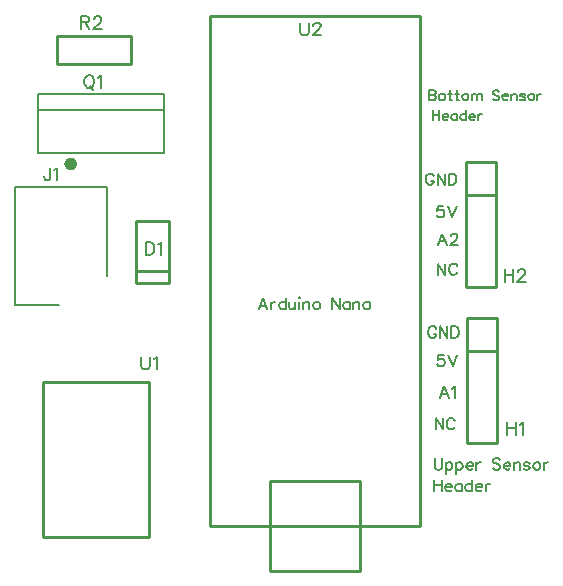
<source format=gto>
G04 Layer: TopSilkLayer*
G04 EasyEDA v6.4.19.3, 2021-03-31T18:03:01+05:30*
G04 c08650e857294e3dbb17a6b3c2855350,e0f298e70ebc440d83774b4d482b81cc,10*
G04 Gerber Generator version 0.2*
G04 Scale: 100 percent, Rotated: No, Reflected: No *
G04 Dimensions in inches *
G04 leading zeros omitted , absolute positions ,3 integer and 6 decimal *
%FSLAX36Y36*%
%MOIN*%

%ADD10C,0.0100*%
%ADD22C,0.0079*%
%ADD23C,0.0079*%
%ADD24C,0.0197*%
%ADD25C,0.0080*%
%ADD26C,0.0060*%

%LPD*%
D25*
X1347731Y2603081D02*
G01*
X1333230Y2564881D01*
X1347731Y2603081D02*
G01*
X1362331Y2564881D01*
X1338730Y2577581D02*
G01*
X1356831Y2577581D01*
X1374331Y2590281D02*
G01*
X1374331Y2564881D01*
X1374331Y2579380D02*
G01*
X1376130Y2584881D01*
X1379731Y2588481D01*
X1383431Y2590281D01*
X1388831Y2590281D01*
X1422731Y2603081D02*
G01*
X1422731Y2564881D01*
X1422731Y2584881D02*
G01*
X1419031Y2588481D01*
X1415430Y2590281D01*
X1409930Y2590281D01*
X1406331Y2588481D01*
X1402731Y2584881D01*
X1400830Y2579380D01*
X1400830Y2575781D01*
X1402731Y2570281D01*
X1406331Y2566680D01*
X1409930Y2564881D01*
X1415430Y2564881D01*
X1419031Y2566680D01*
X1422731Y2570281D01*
X1434731Y2590281D02*
G01*
X1434731Y2572181D01*
X1436531Y2566680D01*
X1440131Y2564881D01*
X1445631Y2564881D01*
X1449230Y2566680D01*
X1454731Y2572181D01*
X1454731Y2590281D02*
G01*
X1454731Y2564881D01*
X1466730Y2603081D02*
G01*
X1468531Y2601181D01*
X1470330Y2603081D01*
X1468531Y2604881D01*
X1466730Y2603081D01*
X1468531Y2590281D02*
G01*
X1468531Y2564881D01*
X1482331Y2590281D02*
G01*
X1482331Y2564881D01*
X1482331Y2583081D02*
G01*
X1487731Y2588481D01*
X1491431Y2590281D01*
X1496831Y2590281D01*
X1500531Y2588481D01*
X1502331Y2583081D01*
X1502331Y2564881D01*
X1523431Y2590281D02*
G01*
X1519731Y2588481D01*
X1516130Y2584881D01*
X1514331Y2579380D01*
X1514331Y2575781D01*
X1516130Y2570281D01*
X1519731Y2566680D01*
X1523431Y2564881D01*
X1528831Y2564881D01*
X1532530Y2566680D01*
X1536130Y2570281D01*
X1537930Y2575781D01*
X1537930Y2579380D01*
X1536130Y2584881D01*
X1532530Y2588481D01*
X1528831Y2590281D01*
X1523431Y2590281D01*
X1577930Y2603081D02*
G01*
X1577930Y2564881D01*
X1577930Y2603081D02*
G01*
X1603431Y2564881D01*
X1603431Y2603081D02*
G01*
X1603431Y2564881D01*
X1637231Y2590281D02*
G01*
X1637231Y2564881D01*
X1637231Y2584881D02*
G01*
X1633630Y2588481D01*
X1629930Y2590281D01*
X1624530Y2590281D01*
X1620830Y2588481D01*
X1617231Y2584881D01*
X1615430Y2579380D01*
X1615430Y2575781D01*
X1617231Y2570281D01*
X1620830Y2566680D01*
X1624530Y2564881D01*
X1629930Y2564881D01*
X1633630Y2566680D01*
X1637231Y2570281D01*
X1649230Y2590281D02*
G01*
X1649230Y2564881D01*
X1649230Y2583081D02*
G01*
X1654731Y2588481D01*
X1658330Y2590281D01*
X1663730Y2590281D01*
X1667430Y2588481D01*
X1669230Y2583081D01*
X1669230Y2564881D01*
X1690330Y2590281D02*
G01*
X1686730Y2588481D01*
X1683031Y2584881D01*
X1681230Y2579380D01*
X1681230Y2575781D01*
X1683031Y2570281D01*
X1686730Y2566680D01*
X1690330Y2564881D01*
X1695730Y2564881D01*
X1699431Y2566680D01*
X1703031Y2570281D01*
X1704831Y2575781D01*
X1704831Y2579380D01*
X1703031Y2584881D01*
X1699431Y2588481D01*
X1695730Y2590281D01*
X1690330Y2590281D01*
X1919795Y2068031D02*
G01*
X1919795Y2040731D01*
X1921696Y2035230D01*
X1925295Y2031631D01*
X1930796Y2029830D01*
X1934395Y2029830D01*
X1939795Y2031631D01*
X1943495Y2035230D01*
X1945295Y2040731D01*
X1945295Y2068031D01*
X1957295Y2055230D02*
G01*
X1957295Y2017130D01*
X1957295Y2049830D02*
G01*
X1960896Y2053431D01*
X1964596Y2055230D01*
X1969996Y2055230D01*
X1973696Y2053431D01*
X1977295Y2049830D01*
X1979095Y2044331D01*
X1979095Y2040731D01*
X1977295Y2035230D01*
X1973696Y2031631D01*
X1969996Y2029830D01*
X1964596Y2029830D01*
X1960896Y2031631D01*
X1957295Y2035230D01*
X1991095Y2055230D02*
G01*
X1991095Y2017130D01*
X1991095Y2049830D02*
G01*
X1994795Y2053431D01*
X1998396Y2055230D01*
X2003796Y2055230D01*
X2007496Y2053431D01*
X2011095Y2049830D01*
X2012896Y2044331D01*
X2012896Y2040731D01*
X2011095Y2035230D01*
X2007496Y2031631D01*
X2003796Y2029830D01*
X1998396Y2029830D01*
X1994795Y2031631D01*
X1991095Y2035230D01*
X2024895Y2044331D02*
G01*
X2046796Y2044331D01*
X2046796Y2048031D01*
X2044895Y2051631D01*
X2043095Y2053431D01*
X2039495Y2055230D01*
X2033995Y2055230D01*
X2030396Y2053431D01*
X2026796Y2049830D01*
X2024895Y2044331D01*
X2024895Y2040731D01*
X2026796Y2035230D01*
X2030396Y2031631D01*
X2033995Y2029830D01*
X2039495Y2029830D01*
X2043095Y2031631D01*
X2046796Y2035230D01*
X2058796Y2055230D02*
G01*
X2058796Y2029830D01*
X2058796Y2044331D02*
G01*
X2060595Y2049830D01*
X2064196Y2053431D01*
X2067795Y2055230D01*
X2073296Y2055230D01*
X2138796Y2062530D02*
G01*
X2135096Y2066230D01*
X2129696Y2068031D01*
X2122395Y2068031D01*
X2116895Y2066230D01*
X2113296Y2062530D01*
X2113296Y2058930D01*
X2115096Y2055230D01*
X2116895Y2053431D01*
X2120595Y2051631D01*
X2131495Y2048031D01*
X2135096Y2046230D01*
X2136895Y2044331D01*
X2138796Y2040731D01*
X2138796Y2035230D01*
X2135096Y2031631D01*
X2129696Y2029830D01*
X2122395Y2029830D01*
X2116895Y2031631D01*
X2113296Y2035230D01*
X2150796Y2044331D02*
G01*
X2172596Y2044331D01*
X2172596Y2048031D01*
X2170796Y2051631D01*
X2168896Y2053431D01*
X2165295Y2055230D01*
X2159795Y2055230D01*
X2156196Y2053431D01*
X2152596Y2049830D01*
X2150796Y2044331D01*
X2150796Y2040731D01*
X2152596Y2035230D01*
X2156196Y2031631D01*
X2159795Y2029830D01*
X2165295Y2029830D01*
X2168896Y2031631D01*
X2172596Y2035230D01*
X2184596Y2055230D02*
G01*
X2184596Y2029830D01*
X2184596Y2048031D02*
G01*
X2189996Y2053431D01*
X2193696Y2055230D01*
X2199095Y2055230D01*
X2202795Y2053431D01*
X2204596Y2048031D01*
X2204596Y2029830D01*
X2236595Y2049830D02*
G01*
X2234795Y2053431D01*
X2229296Y2055230D01*
X2223796Y2055230D01*
X2218396Y2053431D01*
X2216595Y2049830D01*
X2218396Y2046230D01*
X2221995Y2044331D01*
X2231095Y2042530D01*
X2234795Y2040731D01*
X2236595Y2037130D01*
X2236595Y2035230D01*
X2234795Y2031631D01*
X2229296Y2029830D01*
X2223796Y2029830D01*
X2218396Y2031631D01*
X2216595Y2035230D01*
X2257695Y2055230D02*
G01*
X2253995Y2053431D01*
X2250396Y2049830D01*
X2248595Y2044331D01*
X2248595Y2040731D01*
X2250396Y2035230D01*
X2253995Y2031631D01*
X2257695Y2029830D01*
X2263095Y2029830D01*
X2266796Y2031631D01*
X2270396Y2035230D01*
X2272196Y2040731D01*
X2272196Y2044331D01*
X2270396Y2049830D01*
X2266796Y2053431D01*
X2263095Y2055230D01*
X2257695Y2055230D01*
X2284196Y2055230D02*
G01*
X2284196Y2029830D01*
X2284196Y2044331D02*
G01*
X2285995Y2049830D01*
X2289696Y2053431D01*
X2293296Y2055230D01*
X2298796Y2055230D01*
X1917299Y1997100D02*
G01*
X1917299Y1958899D01*
X1942799Y1997100D02*
G01*
X1942799Y1958899D01*
X1917299Y1978899D02*
G01*
X1942799Y1978899D01*
X1954799Y1973400D02*
G01*
X1976599Y1973400D01*
X1976599Y1977100D01*
X1974799Y1980700D01*
X1973000Y1982500D01*
X1969300Y1984299D01*
X1963900Y1984299D01*
X1960200Y1982500D01*
X1956599Y1978899D01*
X1954799Y1973400D01*
X1954799Y1969800D01*
X1956599Y1964299D01*
X1960200Y1960700D01*
X1963900Y1958899D01*
X1969300Y1958899D01*
X1973000Y1960700D01*
X1976599Y1964299D01*
X2010399Y1984299D02*
G01*
X2010399Y1958899D01*
X2010399Y1978899D02*
G01*
X2006800Y1982500D01*
X2003100Y1984299D01*
X1997700Y1984299D01*
X1994099Y1982500D01*
X1990399Y1978899D01*
X1988599Y1973400D01*
X1988599Y1969800D01*
X1990399Y1964299D01*
X1994099Y1960700D01*
X1997700Y1958899D01*
X2003100Y1958899D01*
X2006800Y1960700D01*
X2010399Y1964299D01*
X2044200Y1997100D02*
G01*
X2044200Y1958899D01*
X2044200Y1978899D02*
G01*
X2040600Y1982500D01*
X2036999Y1984299D01*
X2031499Y1984299D01*
X2027899Y1982500D01*
X2024200Y1978899D01*
X2022399Y1973400D01*
X2022399Y1969800D01*
X2024200Y1964299D01*
X2027899Y1960700D01*
X2031499Y1958899D01*
X2036999Y1958899D01*
X2040600Y1960700D01*
X2044200Y1964299D01*
X2056199Y1973400D02*
G01*
X2078100Y1973400D01*
X2078100Y1977100D01*
X2076199Y1980700D01*
X2074399Y1982500D01*
X2070799Y1984299D01*
X2065299Y1984299D01*
X2061700Y1982500D01*
X2058100Y1978899D01*
X2056199Y1973400D01*
X2056199Y1969800D01*
X2058100Y1964299D01*
X2061700Y1960700D01*
X2065299Y1958899D01*
X2070799Y1958899D01*
X2074399Y1960700D01*
X2078100Y1964299D01*
X2090100Y1984299D02*
G01*
X2090100Y1958899D01*
X2090100Y1973400D02*
G01*
X2091899Y1978899D01*
X2095500Y1982500D01*
X2099099Y1984299D01*
X2104600Y1984299D01*
X1901584Y3295189D02*
G01*
X1901584Y3261788D01*
X1901584Y3295189D02*
G01*
X1915884Y3295189D01*
X1920685Y3293589D01*
X1922285Y3291988D01*
X1923885Y3288789D01*
X1923885Y3285589D01*
X1922285Y3282388D01*
X1920685Y3280889D01*
X1915884Y3279288D01*
X1901584Y3279288D02*
G01*
X1915884Y3279288D01*
X1920685Y3277689D01*
X1922285Y3276089D01*
X1923885Y3272889D01*
X1923885Y3268089D01*
X1922285Y3264888D01*
X1920685Y3263389D01*
X1915884Y3261788D01*
X1901584Y3261788D01*
X1942285Y3283989D02*
G01*
X1939084Y3282388D01*
X1935985Y3279288D01*
X1934385Y3274488D01*
X1934385Y3271289D01*
X1935985Y3266489D01*
X1939084Y3263389D01*
X1942285Y3261788D01*
X1947084Y3261788D01*
X1950285Y3263389D01*
X1953485Y3266489D01*
X1954984Y3271289D01*
X1954984Y3274488D01*
X1953485Y3279288D01*
X1950285Y3282388D01*
X1947084Y3283989D01*
X1942285Y3283989D01*
X1970285Y3295189D02*
G01*
X1970285Y3268089D01*
X1971885Y3263389D01*
X1975084Y3261788D01*
X1978284Y3261788D01*
X1965484Y3283989D02*
G01*
X1976684Y3283989D01*
X1993485Y3295189D02*
G01*
X1993485Y3268089D01*
X1995084Y3263389D01*
X1998284Y3261788D01*
X2001485Y3261788D01*
X1988784Y3283989D02*
G01*
X1999885Y3283989D01*
X2019984Y3283989D02*
G01*
X2016784Y3282388D01*
X2013585Y3279288D01*
X2011985Y3274488D01*
X2011985Y3271289D01*
X2013585Y3266489D01*
X2016784Y3263389D01*
X2019984Y3261788D01*
X2024684Y3261788D01*
X2027884Y3263389D01*
X2031085Y3266489D01*
X2032685Y3271289D01*
X2032685Y3274488D01*
X2031085Y3279288D01*
X2027884Y3282388D01*
X2024684Y3283989D01*
X2019984Y3283989D01*
X2043185Y3283989D02*
G01*
X2043185Y3261788D01*
X2043185Y3277689D02*
G01*
X2047984Y3282388D01*
X2051085Y3283989D01*
X2055884Y3283989D01*
X2059084Y3282388D01*
X2060685Y3277689D01*
X2060685Y3261788D01*
X2060685Y3277689D02*
G01*
X2065484Y3282388D01*
X2068585Y3283989D01*
X2073384Y3283989D01*
X2076584Y3282388D01*
X2078185Y3277689D01*
X2078185Y3261788D01*
X2135484Y3290389D02*
G01*
X2132285Y3293589D01*
X2127484Y3295189D01*
X2121085Y3295189D01*
X2116385Y3293589D01*
X2113185Y3290389D01*
X2113185Y3287188D01*
X2114785Y3283989D01*
X2116385Y3282388D01*
X2119485Y3280889D01*
X2129084Y3277689D01*
X2132285Y3276089D01*
X2133885Y3274488D01*
X2135484Y3271289D01*
X2135484Y3266489D01*
X2132285Y3263389D01*
X2127484Y3261788D01*
X2121085Y3261788D01*
X2116385Y3263389D01*
X2113185Y3266489D01*
X2145985Y3274488D02*
G01*
X2164984Y3274488D01*
X2164984Y3277689D01*
X2163485Y3280889D01*
X2161885Y3282388D01*
X2158684Y3283989D01*
X2153885Y3283989D01*
X2150685Y3282388D01*
X2147484Y3279288D01*
X2145985Y3274488D01*
X2145985Y3271289D01*
X2147484Y3266489D01*
X2150685Y3263389D01*
X2153885Y3261788D01*
X2158684Y3261788D01*
X2161885Y3263389D01*
X2164984Y3266489D01*
X2175484Y3283989D02*
G01*
X2175484Y3261788D01*
X2175484Y3277689D02*
G01*
X2180285Y3282388D01*
X2183485Y3283989D01*
X2188284Y3283989D01*
X2191485Y3282388D01*
X2192984Y3277689D01*
X2192984Y3261788D01*
X2220985Y3279288D02*
G01*
X2219485Y3282388D01*
X2214684Y3283989D01*
X2209885Y3283989D01*
X2205084Y3282388D01*
X2203485Y3279288D01*
X2205084Y3276089D01*
X2208284Y3274488D01*
X2216284Y3272889D01*
X2219485Y3271289D01*
X2220985Y3268089D01*
X2220985Y3266489D01*
X2219485Y3263389D01*
X2214684Y3261788D01*
X2209885Y3261788D01*
X2205084Y3263389D01*
X2203485Y3266489D01*
X2239485Y3283989D02*
G01*
X2236284Y3282388D01*
X2233085Y3279288D01*
X2231485Y3274488D01*
X2231485Y3271289D01*
X2233085Y3266489D01*
X2236284Y3263389D01*
X2239485Y3261788D01*
X2244285Y3261788D01*
X2247484Y3263389D01*
X2250585Y3266489D01*
X2252184Y3271289D01*
X2252184Y3274488D01*
X2250585Y3279288D01*
X2247484Y3282388D01*
X2244285Y3283989D01*
X2239485Y3283989D01*
X2262685Y3283989D02*
G01*
X2262685Y3261788D01*
X2262685Y3274488D02*
G01*
X2264285Y3279288D01*
X2267484Y3282388D01*
X2270685Y3283989D01*
X2275484Y3283989D01*
X1913397Y3228240D02*
G01*
X1913397Y3194839D01*
X1935697Y3228240D02*
G01*
X1935697Y3194839D01*
X1913397Y3212339D02*
G01*
X1935697Y3212339D01*
X1946197Y3207539D02*
G01*
X1965297Y3207539D01*
X1965297Y3210740D01*
X1963697Y3213939D01*
X1962097Y3215540D01*
X1958896Y3217139D01*
X1954097Y3217139D01*
X1950897Y3215540D01*
X1947797Y3212339D01*
X1946197Y3207539D01*
X1946197Y3204340D01*
X1947797Y3199639D01*
X1950897Y3196439D01*
X1954097Y3194839D01*
X1958896Y3194839D01*
X1962097Y3196439D01*
X1965297Y3199639D01*
X1994796Y3217139D02*
G01*
X1994796Y3194839D01*
X1994796Y3212339D02*
G01*
X1991697Y3215540D01*
X1988496Y3217139D01*
X1983697Y3217139D01*
X1980496Y3215540D01*
X1977296Y3212339D01*
X1975797Y3207539D01*
X1975797Y3204340D01*
X1977296Y3199639D01*
X1980496Y3196439D01*
X1983697Y3194839D01*
X1988496Y3194839D01*
X1991697Y3196439D01*
X1994796Y3199639D01*
X2024396Y3228240D02*
G01*
X2024396Y3194839D01*
X2024396Y3212339D02*
G01*
X2021297Y3215540D01*
X2018096Y3217139D01*
X2013297Y3217139D01*
X2010096Y3215540D01*
X2006896Y3212339D01*
X2005297Y3207539D01*
X2005297Y3204340D01*
X2006896Y3199639D01*
X2010096Y3196439D01*
X2013297Y3194839D01*
X2018096Y3194839D01*
X2021297Y3196439D01*
X2024396Y3199639D01*
X2034897Y3207539D02*
G01*
X2053996Y3207539D01*
X2053996Y3210740D01*
X2052397Y3213939D01*
X2050797Y3215540D01*
X2047696Y3217139D01*
X2042897Y3217139D01*
X2039696Y3215540D01*
X2036496Y3212339D01*
X2034897Y3207539D01*
X2034897Y3204340D01*
X2036496Y3199639D01*
X2039696Y3196439D01*
X2042897Y3194839D01*
X2047696Y3194839D01*
X2050797Y3196439D01*
X2053996Y3199639D01*
X2064497Y3217139D02*
G01*
X2064497Y3194839D01*
X2064497Y3207539D02*
G01*
X2066096Y3212339D01*
X2069296Y3215540D01*
X2072497Y3217139D01*
X2077296Y3217139D01*
X1917595Y3008375D02*
G01*
X1915794Y3011975D01*
X1912094Y3015576D01*
X1908495Y3017476D01*
X1901194Y3017476D01*
X1897595Y3015576D01*
X1893895Y3011975D01*
X1892094Y3008375D01*
X1890294Y3002876D01*
X1890294Y2993775D01*
X1892094Y2988375D01*
X1893895Y2984675D01*
X1897595Y2981075D01*
X1901194Y2979276D01*
X1908495Y2979276D01*
X1912094Y2981075D01*
X1915794Y2984675D01*
X1917595Y2988375D01*
X1917595Y2993775D01*
X1908495Y2993775D02*
G01*
X1917595Y2993775D01*
X1929594Y3017476D02*
G01*
X1929594Y2979276D01*
X1929594Y3017476D02*
G01*
X1954994Y2979276D01*
X1954994Y3017476D02*
G01*
X1954994Y2979276D01*
X1966994Y3017476D02*
G01*
X1966994Y2979276D01*
X1966994Y3017476D02*
G01*
X1979795Y3017476D01*
X1985195Y3015576D01*
X1988795Y3011975D01*
X1990694Y3008375D01*
X1992494Y3002876D01*
X1992494Y2993775D01*
X1990694Y2988375D01*
X1988795Y2984675D01*
X1985195Y2981075D01*
X1979795Y2979276D01*
X1966994Y2979276D01*
X1948512Y2909434D02*
G01*
X1930312Y2909434D01*
X1928512Y2893035D01*
X1930312Y2894834D01*
X1935811Y2896635D01*
X1941211Y2896635D01*
X1946711Y2894834D01*
X1950312Y2891235D01*
X1952211Y2885734D01*
X1952211Y2882134D01*
X1950312Y2876635D01*
X1946711Y2873035D01*
X1941211Y2871235D01*
X1935811Y2871235D01*
X1930312Y2873035D01*
X1928512Y2874834D01*
X1926711Y2878535D01*
X1964211Y2909434D02*
G01*
X1978711Y2871235D01*
X1993212Y2909434D02*
G01*
X1978711Y2871235D01*
X1944795Y2817476D02*
G01*
X1930294Y2779276D01*
X1944795Y2817476D02*
G01*
X1959395Y2779276D01*
X1935794Y2791975D02*
G01*
X1953895Y2791975D01*
X1973194Y2808375D02*
G01*
X1973194Y2810176D01*
X1974994Y2813775D01*
X1976795Y2815576D01*
X1980495Y2817476D01*
X1987794Y2817476D01*
X1991395Y2815576D01*
X1993194Y2813775D01*
X1994994Y2810176D01*
X1994994Y2806576D01*
X1993194Y2802876D01*
X1989594Y2797476D01*
X1971395Y2779276D01*
X1996795Y2779276D01*
X1930294Y2717476D02*
G01*
X1930294Y2679276D01*
X1930294Y2717476D02*
G01*
X1955794Y2679276D01*
X1955794Y2717476D02*
G01*
X1955794Y2679276D01*
X1994994Y2708375D02*
G01*
X1993194Y2711975D01*
X1989594Y2715576D01*
X1985895Y2717476D01*
X1978694Y2717476D01*
X1974994Y2715576D01*
X1971395Y2711975D01*
X1969594Y2708375D01*
X1967794Y2702876D01*
X1967794Y2693775D01*
X1969594Y2688375D01*
X1971395Y2684675D01*
X1974994Y2681075D01*
X1978694Y2679276D01*
X1985895Y2679276D01*
X1989594Y2681075D01*
X1993194Y2684675D01*
X1994994Y2688375D01*
X1925272Y2498971D02*
G01*
X1923473Y2502570D01*
X1919772Y2506170D01*
X1916172Y2508071D01*
X1908873Y2508071D01*
X1905272Y2506170D01*
X1901572Y2502570D01*
X1899772Y2498971D01*
X1897973Y2493470D01*
X1897973Y2484371D01*
X1899772Y2478971D01*
X1901572Y2475270D01*
X1905272Y2471671D01*
X1908873Y2469870D01*
X1916172Y2469870D01*
X1919772Y2471671D01*
X1923473Y2475270D01*
X1925272Y2478971D01*
X1925272Y2484371D01*
X1916172Y2484371D02*
G01*
X1925272Y2484371D01*
X1937272Y2508071D02*
G01*
X1937272Y2469870D01*
X1937272Y2508071D02*
G01*
X1962673Y2469870D01*
X1962673Y2508071D02*
G01*
X1962673Y2469870D01*
X1974673Y2508071D02*
G01*
X1974673Y2469870D01*
X1974673Y2508071D02*
G01*
X1987473Y2508071D01*
X1992872Y2506170D01*
X1996472Y2502570D01*
X1998373Y2498971D01*
X2000173Y2493470D01*
X2000173Y2484371D01*
X1998373Y2478971D01*
X1996472Y2475270D01*
X1992872Y2471671D01*
X1987473Y2469870D01*
X1974673Y2469870D01*
X1949772Y2413071D02*
G01*
X1931572Y2413071D01*
X1929772Y2396671D01*
X1931572Y2398470D01*
X1937073Y2400270D01*
X1942473Y2400270D01*
X1947973Y2398470D01*
X1951572Y2394870D01*
X1953473Y2389371D01*
X1953473Y2385770D01*
X1951572Y2380270D01*
X1947973Y2376671D01*
X1942473Y2374870D01*
X1937073Y2374870D01*
X1931572Y2376671D01*
X1929772Y2378470D01*
X1927973Y2382170D01*
X1965473Y2413071D02*
G01*
X1979973Y2374870D01*
X1994472Y2413071D02*
G01*
X1979973Y2374870D01*
X1952473Y2308071D02*
G01*
X1937973Y2269870D01*
X1952473Y2308071D02*
G01*
X1967073Y2269870D01*
X1943473Y2282570D02*
G01*
X1961572Y2282570D01*
X1979072Y2300770D02*
G01*
X1982673Y2302570D01*
X1988172Y2308071D01*
X1988172Y2269870D01*
X1922973Y2203071D02*
G01*
X1922973Y2164870D01*
X1922973Y2203071D02*
G01*
X1948473Y2164870D01*
X1948473Y2203071D02*
G01*
X1948473Y2164870D01*
X1987673Y2193971D02*
G01*
X1985873Y2197570D01*
X1982272Y2201170D01*
X1978572Y2203071D01*
X1971373Y2203071D01*
X1967673Y2201170D01*
X1964072Y2197570D01*
X1962272Y2193971D01*
X1960473Y2188470D01*
X1960473Y2179371D01*
X1962272Y2173971D01*
X1964072Y2170270D01*
X1967673Y2166671D01*
X1971373Y2164870D01*
X1978572Y2164870D01*
X1982272Y2166671D01*
X1985873Y2170270D01*
X1987673Y2173971D01*
D26*
X956692Y2789495D02*
G01*
X956692Y2746595D01*
X956692Y2789495D02*
G01*
X970992Y2789495D01*
X977192Y2787496D01*
X981193Y2783395D01*
X983293Y2779295D01*
X985293Y2773096D01*
X985293Y2762896D01*
X983293Y2756795D01*
X981193Y2752696D01*
X977192Y2748595D01*
X970992Y2746595D01*
X956692Y2746595D01*
X998792Y2781296D02*
G01*
X1002893Y2783395D01*
X1009093Y2789495D01*
X1009093Y2746595D01*
X638609Y3037528D02*
G01*
X638609Y3004828D01*
X636509Y2998627D01*
X634510Y2996628D01*
X630410Y2994627D01*
X626309Y2994627D01*
X622210Y2996628D01*
X620109Y2998627D01*
X618110Y3004828D01*
X618110Y3008928D01*
X652109Y3029328D02*
G01*
X656109Y3031428D01*
X662310Y3037528D01*
X662310Y2994627D01*
X764269Y3344614D02*
G01*
X760168Y3342613D01*
X756069Y3338514D01*
X753969Y3334414D01*
X751968Y3328213D01*
X751968Y3318013D01*
X753969Y3311914D01*
X756069Y3307813D01*
X760168Y3303714D01*
X764269Y3301714D01*
X772469Y3301714D01*
X776468Y3303714D01*
X780568Y3307813D01*
X782668Y3311914D01*
X784669Y3318013D01*
X784669Y3328213D01*
X782668Y3334414D01*
X780568Y3338514D01*
X776468Y3342613D01*
X772469Y3344614D01*
X764269Y3344614D01*
X770369Y3309814D02*
G01*
X782668Y3297613D01*
X798168Y3336413D02*
G01*
X802268Y3338514D01*
X808468Y3344614D01*
X808468Y3301714D01*
X940945Y2407606D02*
G01*
X940945Y2376907D01*
X942944Y2370807D01*
X947044Y2366707D01*
X953244Y2364706D01*
X957344Y2364706D01*
X963445Y2366707D01*
X967545Y2370807D01*
X969544Y2376907D01*
X969544Y2407606D01*
X983045Y2399407D02*
G01*
X987145Y2401507D01*
X993344Y2407606D01*
X993344Y2364706D01*
X740156Y3541464D02*
G01*
X740156Y3498564D01*
X740156Y3541464D02*
G01*
X758557Y3541464D01*
X764656Y3539465D01*
X766756Y3537365D01*
X768756Y3533265D01*
X768756Y3529164D01*
X766756Y3525064D01*
X764656Y3523065D01*
X758557Y3521064D01*
X740156Y3521064D01*
X754457Y3521064D02*
G01*
X768756Y3498564D01*
X784357Y3531264D02*
G01*
X784357Y3533265D01*
X786356Y3537365D01*
X788456Y3539465D01*
X792556Y3541464D01*
X800657Y3541464D01*
X804756Y3539465D01*
X806857Y3537365D01*
X808856Y3533265D01*
X808856Y3529164D01*
X806857Y3525064D01*
X802757Y3518964D01*
X782256Y3498564D01*
X810956Y3498564D01*
X2161655Y2189142D02*
G01*
X2161655Y2146242D01*
X2190254Y2189142D02*
G01*
X2190254Y2146242D01*
X2161655Y2168742D02*
G01*
X2190254Y2168742D01*
X2203755Y2180943D02*
G01*
X2207854Y2183042D01*
X2214054Y2189142D01*
X2214054Y2146242D01*
X2152988Y2698231D02*
G01*
X2152988Y2655331D01*
X2181589Y2698231D02*
G01*
X2181589Y2655331D01*
X2152988Y2677831D02*
G01*
X2181589Y2677831D01*
X2197188Y2688031D02*
G01*
X2197188Y2690032D01*
X2199188Y2694131D01*
X2201288Y2696232D01*
X2205388Y2698231D01*
X2213488Y2698231D01*
X2217588Y2696232D01*
X2219688Y2694131D01*
X2221688Y2690032D01*
X2221688Y2685931D01*
X2219688Y2681831D01*
X2215589Y2675731D01*
X2195088Y2655331D01*
X2223788Y2655331D01*
X1471813Y3520994D02*
G01*
X1471813Y3490293D01*
X1473813Y3484194D01*
X1477912Y3480093D01*
X1484112Y3478094D01*
X1488212Y3478094D01*
X1494313Y3480093D01*
X1498413Y3484194D01*
X1500412Y3490293D01*
X1500412Y3520994D01*
X1516013Y3510794D02*
G01*
X1516013Y3512793D01*
X1518013Y3516894D01*
X1520113Y3518993D01*
X1524212Y3520994D01*
X1532313Y3520994D01*
X1536413Y3518993D01*
X1538513Y3516894D01*
X1540513Y3512793D01*
X1540513Y3508694D01*
X1538513Y3504594D01*
X1534413Y3498494D01*
X1513913Y3478094D01*
X1542613Y3478094D01*
D10*
X925196Y2653544D02*
G01*
X925196Y2858269D01*
X925196Y2858269D02*
G01*
X1035433Y2858269D01*
X1035433Y2653544D02*
G01*
X1035433Y2858269D01*
X925196Y2653544D02*
G01*
X1035433Y2653544D01*
X925196Y2691311D02*
G01*
X1035433Y2691311D01*
D22*
X826770Y2677166D02*
G01*
X826770Y2972437D01*
X519681Y2972437D01*
X519681Y2578746D01*
X669290Y2578746D01*
D23*
X597244Y3229292D02*
G01*
X1016931Y3229292D01*
X597244Y3284254D02*
G01*
X1016931Y3284254D01*
X1016931Y3284254D02*
G01*
X1016931Y3087402D01*
X1016931Y3087402D02*
G01*
X597087Y3087402D01*
X597087Y3284254D01*
D10*
X613189Y1807087D02*
G01*
X613189Y2322087D01*
X967519Y2322087D01*
X967519Y1807087D01*
X613189Y1807087D01*
X907480Y3381891D02*
G01*
X659448Y3381891D01*
X659448Y3381891D02*
G01*
X659448Y3476379D01*
X659448Y3476379D02*
G01*
X907480Y3476379D01*
X907480Y3476379D02*
G01*
X907480Y3381891D01*
X2128741Y2118505D02*
G01*
X2028741Y2118505D01*
X2128741Y2535041D02*
G01*
X2128741Y2118505D01*
X2128741Y2425846D02*
G01*
X2028741Y2425846D01*
X2028741Y2535041D02*
G01*
X2028741Y2118505D01*
X2128741Y2535041D02*
G01*
X2028741Y2535041D01*
X2124804Y2638189D02*
G01*
X2024804Y2638189D01*
X2124804Y3054726D02*
G01*
X2124804Y2638189D01*
X2124804Y2945531D02*
G01*
X2024804Y2945531D01*
X2024804Y3054726D02*
G01*
X2024804Y2638189D01*
X2124804Y3054726D02*
G01*
X2024804Y3054726D01*
X1170473Y1844252D02*
G01*
X1870473Y1844252D01*
X1870473Y1844252D02*
G01*
X1870473Y3544252D01*
X1870473Y3544252D02*
G01*
X1170473Y3544252D01*
X1170473Y3544252D02*
G01*
X1170473Y1844252D01*
X1370473Y1994252D02*
G01*
X1370473Y1694252D01*
X1670473Y1694252D01*
X1670473Y1994252D01*
X1370473Y1994252D01*
D24*
G75*
G01
X718897Y3049293D02*
G03X718897Y3049293I-11810J0D01*
M02*

</source>
